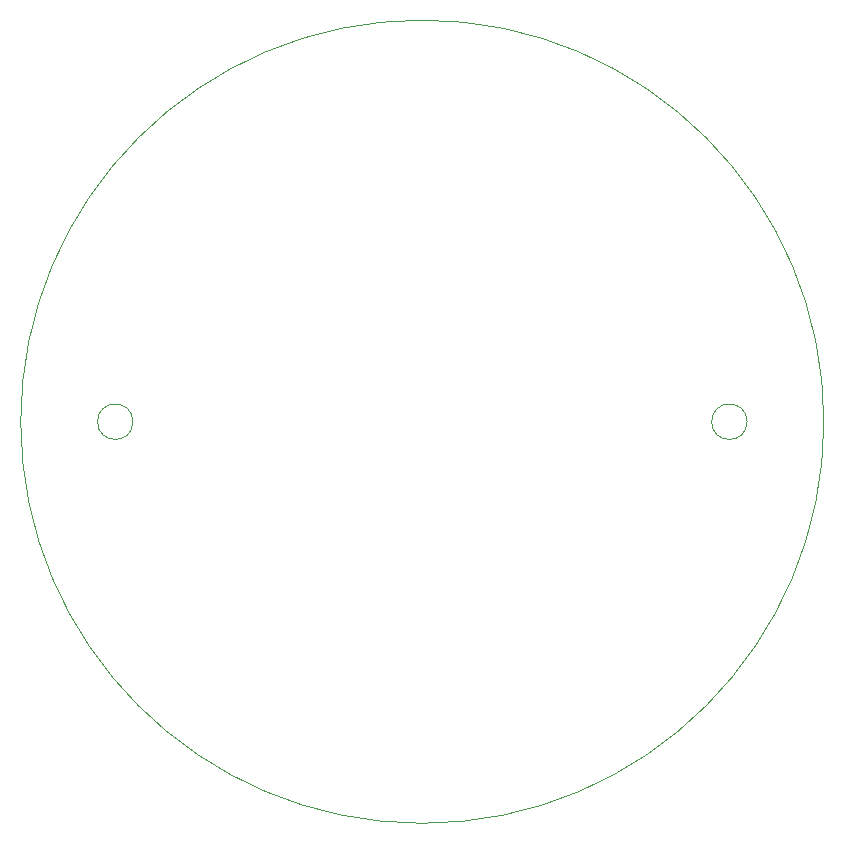
<source format=gbr>
%TF.GenerationSoftware,KiCad,Pcbnew,(6.0.0-0)*%
%TF.CreationDate,2022-03-19T01:27:08+08:00*%
%TF.ProjectId,PCB,5043422e-6b69-4636-9164-5f7063625858,rev?*%
%TF.SameCoordinates,Original*%
%TF.FileFunction,Profile,NP*%
%FSLAX46Y46*%
G04 Gerber Fmt 4.6, Leading zero omitted, Abs format (unit mm)*
G04 Created by KiCad (PCBNEW (6.0.0-0)) date 2022-03-19 01:27:08*
%MOMM*%
%LPD*%
G01*
G04 APERTURE LIST*
%TA.AperFunction,Profile*%
%ADD10C,0.100000*%
%TD*%
G04 APERTURE END LIST*
D10*
X134000000Y-100000000D02*
G75*
G03*
X134000000Y-100000000I-34000000J0D01*
G01*
X127500000Y-100000000D02*
G75*
G03*
X127500000Y-100000000I-1500000J0D01*
G01*
X75500000Y-100000000D02*
G75*
G03*
X75500000Y-100000000I-1500000J0D01*
G01*
M02*

</source>
